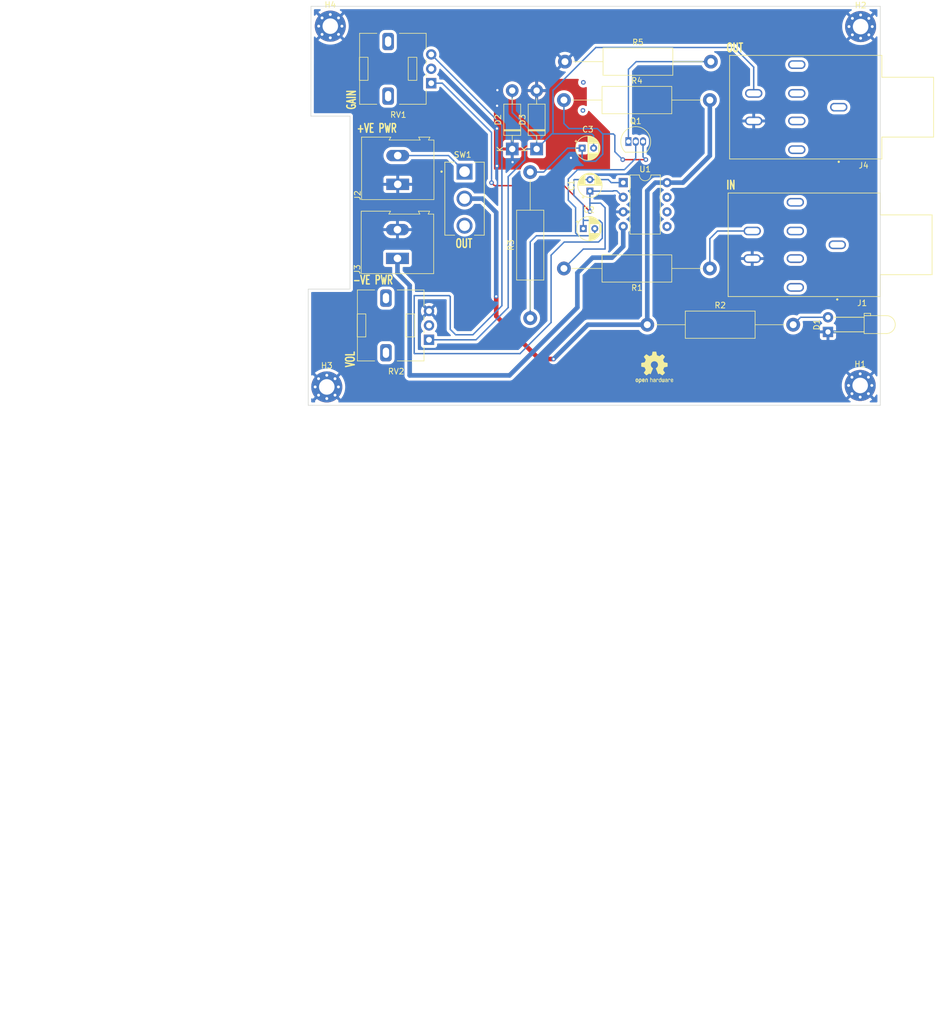
<source format=kicad_pcb>
(kicad_pcb (version 20211014) (generator pcbnew)
  (layers (0 "F.Cu" signal) (31 "B.Cu" signal) (34 "B.Paste" user) (35 "F.Paste" user) (36 "B.SilkS" user "B.Silkscreen") (37 "F.SilkS" user "F.Silkscreen") (38 "B.Mask" user) (39 "F.Mask" user) (44 "Edge.Cuts" user))
  (net 0 "")
  (net 1 "Net-(C1-Pad1)")
  (net 2 "Net-(C1-Pad2)")
  (net 3 "Net-(C2-Pad2)")
  (net 4 "Net-(C3-Pad1)")
  (net 5 "Net-(C3-Pad2)")
  (net 6 "GND")
  (net 7 "Net-(D1-Pad2)")
  (net 13 "Net-(J1-Pad2)")
  (net 14 "Net-(J2-Pad2)")
  (net 15 "-9V")
  (net 21 "Net-(Q1-Pad1)")
  (net 22 "+9V")
  (footprint "Resistor_THT:R_Axial_DIN0414_L11.9mm_D4.5mm_P25.40mm_Horizontal" (layer "F.Cu") (at 156.8958 48.514)
    (fp_text reference "R4" (at 12.7 -3.37) (layer "F.SilkS"))
    (fp_text value "10K")
    (pad "1" thru_hole circle (at 0 0) (size 2.4 2.4) (drill 1.2) (layers *.Cu *.Mask) (net 4 "Net-(C3-Pad1)"))
    (pad "2" thru_hole oval (at 25.4 0) (size 2.4 2.4) (drill 1.2) (layers *.Cu *.Mask) (net 22 "+9V"))
  )
  (footprint "MountingHole:MountingHole_2.7mm_M2.5_Pad_Via" (layer "F.Cu") (at 208.534 35.7378)
    (fp_text reference "H2" (at 0 -3.7) (layer "F.SilkS"))
    (fp_text value "MountingHole_Pad")
    (pad "1" thru_hole circle (at 1.431891 1.431891) (size 0.8 0.8) (drill 0.5) (layers *.Cu *.Mask) (net 6 "GND"))
    (pad "1" thru_hole circle (at 0 -2.025) (size 0.8 0.8) (drill 0.5) (layers *.Cu *.Mask) (net 6 "GND"))
    (pad "1" thru_hole circle (at -1.431891 -1.431891) (size 0.8 0.8) (drill 0.5) (layers *.Cu *.Mask) (net 6 "GND"))
    (pad "1" thru_hole circle (at 0 2.025) (size 0.8 0.8) (drill 0.5) (layers *.Cu *.Mask) (net 6 "GND"))
    (pad "1" thru_hole circle (at 0 0) (size 5.4 5.4) (drill 2.7) (layers *.Cu *.Mask) (net 6 "GND"))
    (pad "1" thru_hole circle (at 1.431891 -1.431891) (size 0.8 0.8) (drill 0.5) (layers *.Cu *.Mask) (net 6 "GND"))
    (pad "1" thru_hole circle (at -2.025 0) (size 0.8 0.8) (drill 0.5) (layers *.Cu *.Mask) (net 6 "GND"))
    (pad "1" thru_hole circle (at 2.025 0) (size 0.8 0.8) (drill 0.5) (layers *.Cu *.Mask) (net 6 "GND"))
    (pad "1" thru_hole circle (at -1.431891 1.431891) (size 0.8 0.8) (drill 0.5) (layers *.Cu *.Mask) (net 6 "GND"))
  )
  (footprint "Potentiometer_THT:Potentiometer_Alps_RK09L_Single_Vertical" (layer "F.Cu") (at 133.4173 90.2062 180)
    (fp_text reference "RV2" (at 5.725 -5.5) (layer "F.SilkS"))
    (fp_text value "100K")
    (pad "1" thru_hole rect (at 0 0 180) (size 1.8 1.8) (drill 1) (layers *.Cu *.Mask) (net 5 "Net-(C3-Pad2)"))
    (pad "2" thru_hole circle (at 0 2.5 180) (size 1.8 1.8) (drill 1) (layers *.Cu *.Mask))
    (pad "3" thru_hole circle (at 0 5 180) (size 1.8 1.8) (drill 1) (layers *.Cu *.Mask) (net 6 "GND"))
    (pad "MP" thru_hole roundrect (at 7.5 7.25 180) (size 2 3) (drill oval 1.1 1.8) (layers *.Cu *.Mask))
    (pad "MP" thru_hole roundrect (at 7.5 -2.25 180) (size 2 3) (drill oval 1.1 1.8) (layers *.Cu *.Mask))
    (zone (net 0) (net_name "") (layer "F.Cu") (name "Copper Keep Out") (connect_pads (clearance 0)) (min_thickness 0.254)
      (keepout (tracks not_allowed) (vias not_allowed) (pads not_allowed) (copperpour not_allowed) (footprints not_allowed))
      (fill (thermal_gap 0.508) (thermal_bridge_width 0.508))
      (polygon (pts (xy 129.4173 85.7062) (xy 130.9173 85.7062) (xy 130.9173 89.7062) (xy 129.4173 89.7062)))
    )
    (zone (net 0) (net_name "") (layer "F.Cu") (name "Copper Keep Out") (connect_pads (clearance 0)) (min_thickness 0.254)
      (keepout (tracks not_allowed) (vias not_allowed) (pads not_allowed) (copperpour not_allowed) (footprints not_allowed))
      (fill (thermal_gap 0.508) (thermal_bridge_width 0.508))
      (polygon (pts (xy 121.0173 85.7062) (xy 122.4173 85.7062) (xy 122.4173 89.7062) (xy 121.0173 89.7062)))
    )
  )
  (footprint "Diode_THT:D_DO-41_SOD81_P10.16mm_Horizontal" (layer "F.Cu") (at 152.146 57.023 90)
    (fp_text reference "D3" (at 5.08 -2.47 90) (layer "F.SilkS"))
    (fp_text value "1N4001")
    (fp_text user "K" (at 0 -2.1 90) (layer "F.SilkS"))
    (pad "1" thru_hole rect (at 0 0 90) (size 2.2 2.2) (drill 1.1) (layers *.Cu *.Mask) (net 5 "Net-(C3-Pad2)"))
    (pad "2" thru_hole oval (at 10.16 0 90) (size 2.2 2.2) (drill 1.1) (layers *.Cu *.Mask) (net 6 "GND"))
  )
  (footprint "snapEDA-footprints:CUI_SJ-63043H" (layer "F.Cu") (at 204.47 73.6854 180)
    (fp_text reference "J1" (at -4.325 -10.135) (layer "F.SilkS"))
    (fp_text value "INPUT-6.35MM")
    (pad "1" thru_hole oval locked (at 0 0 180) (size 3.016 1.508) (drill oval 2.5 1) (layers *.Cu *.Mask))
    (pad "2" thru_hole oval locked (at 14.8 2.4 180) (size 3.016 1.508) (drill oval 2.5 1) (layers *.Cu *.Mask) (net 13 "Net-(J1-Pad2)"))
    (pad "3" thru_hole oval locked (at 14.8 -2.4 180) (size 3.016 1.508) (drill oval 2.5 1) (layers *.Cu *.Mask) (net 6 "GND"))
    (pad "4" thru_hole oval locked (at 7.3 2.4 180) (size 3.016 1.508) (drill oval 2.5 1) (layers *.Cu *.Mask))
    (pad "5" thru_hole oval locked (at 7.3 7.4 180) (size 3.016 1.508) (drill oval 2.5 1) (layers *.Cu *.Mask))
    (pad "7" thru_hole oval locked (at 7.3 -2.4 180) (size 3.016 1.508) (drill oval 2.5 1) (layers *.Cu *.Mask))
    (pad "8" thru_hole oval locked (at 7.3 -7.4 180) (size 3.016 1.508) (drill oval 2.5 1) (layers *.Cu *.Mask))
  )
  (footprint "Resistor_THT:R_Axial_DIN0414_L11.9mm_D4.5mm_P25.40mm_Horizontal" (layer "F.Cu") (at 151.0284 86.4362 90)
    (fp_text reference "R3" (at 12.7 -3.37 90) (layer "F.SilkS"))
    (fp_text value "1M")
    (pad "1" thru_hole circle (at 0 0 90) (size 2.4 2.4) (drill 1.2) (layers *.Cu *.Mask) (net 3 "Net-(C2-Pad2)"))
    (pad "2" thru_hole oval (at 25.4 0 90) (size 2.4 2.4) (drill 1.2) (layers *.Cu *.Mask) (net 4 "Net-(C3-Pad1)"))
  )
  (footprint "spdt_toggle_switch:SW_100SP1T1B4M2QE" (layer "F.Cu") (at 139.5984 65.659)
    (fp_text reference "SW1" (at -0.325 -7.635) (layer "F.SilkS"))
    (fp_text value "SW_SPST")
    (pad "1" thru_hole rect locked (at 0 -4.7) (size 2.775 2.775) (drill 1.85) (layers *.Cu *.Mask) (net 14 "Net-(J2-Pad2)"))
    (pad "2" thru_hole circle locked (at 0 0) (size 2.775 2.775) (drill 1.85) (layers *.Cu *.Mask) (net 22 "+9V"))
    (pad "3" thru_hole circle locked (at 0 4.7) (size 2.775 2.775) (drill 1.85) (layers *.Cu *.Mask))
  )
  (footprint "Resistor_THT:R_Axial_DIN0414_L11.9mm_D4.5mm_P25.40mm_Horizontal" (layer "F.Cu") (at 157.0736 41.8338)
    (fp_text reference "R5" (at 12.7 -3.37) (layer "F.SilkS"))
    (fp_text value "1K")
    (pad "1" thru_hole circle (at 0 0) (size 2.4 2.4) (drill 1.2) (layers *.Cu *.Mask) (net 6 "GND"))
    (pad "2" thru_hole oval (at 25.4 0) (size 2.4 2.4) (drill 1.2) (layers *.Cu *.Mask) (net 21 "Net-(Q1-Pad1)"))
  )
  (footprint "Capacitor_THT:CP_Radial_D4.0mm_P2.00mm" (layer "F.Cu") (at 160.266601 70.866)
    (fp_text reference "C2" (at 1 -3.25) (layer "F.SilkS"))
    (fp_text value "1uF")
    (pad "1" thru_hole rect (at 0 0) (size 1.2 1.2) (drill 0.6) (layers *.Cu *.Mask) (net 2 "Net-(C1-Pad2)"))
    (pad "2" thru_hole circle (at 2 0) (size 1.2 1.2) (drill 0.6) (layers *.Cu *.Mask) (net 3 "Net-(C2-Pad2)"))
  )
  (footprint "LED_THT:LED_D3.0mm_Horizontal_O6.35mm_Z10.0mm" (layer "F.Cu") (at 202.8542 88.8292 90)
    (fp_text reference "D1" (at 1.27 -1.96 90) (layer "F.SilkS"))
    (fp_text value "LED")
    (pad "1" thru_hole rect (at 0 0 90) (size 1.8 1.8) (drill 0.9) (layers *.Cu *.Mask) (net 6 "GND"))
    (pad "2" thru_hole circle (at 2.54 0 90) (size 1.8 1.8) (drill 0.9) (layers *.Cu *.Mask) (net 7 "Net-(D1-Pad2)"))
  )
  (footprint "Resistor_THT:R_Axial_DIN0414_L11.9mm_D4.5mm_P25.40mm_Horizontal" (layer "F.Cu") (at 182.2958 77.8002 180)
    (fp_text reference "R1" (at 12.7 -3.37) (layer "F.SilkS"))
    (fp_text value "1K")
    (pad "1" thru_hole circle (at 0 0 180) (size 2.4 2.4) (drill 1.2) (layers *.Cu *.Mask) (net 13 "Net-(J1-Pad2)"))
    (pad "2" thru_hole oval (at 25.4 0 180) (size 2.4 2.4) (drill 1.2) (layers *.Cu *.Mask) (net 1 "Net-(C1-Pad1)"))
  )
  (footprint "Capacitor_THT:CP_Radial_D4.0mm_P2.00mm" (layer "F.Cu") (at 161.417 64.3456 90)
    (fp_text reference "C1" (at 1 -3.25 90) (layer "F.SilkS"))
    (fp_text value "3.9nF")
    (pad "1" thru_hole rect (at 0 0 90) (size 1.2 1.2) (drill 0.6) (layers *.Cu *.Mask) (net 1 "Net-(C1-Pad1)"))
    (pad "2" thru_hole circle (at 2 0 90) (size 1.2 1.2) (drill 0.6) (layers *.Cu *.Mask) (net 2 "Net-(C1-Pad2)"))
  )
  (footprint "MountingHole:MountingHole_2.7mm_M2.5_Pad_Via" (layer "F.Cu") (at 115.6208 98.3996)
    (fp_text reference "H3" (at 0 -3.7) (layer "F.SilkS"))
    (fp_text value "MountingHole_Pad")
    (pad "1" thru_hole circle (at -2.025 0) (size 0.8 0.8) (drill 0.5) (layers *.Cu *.Mask) (net 6 "GND"))
    (pad "1" thru_hole circle (at 0 2.025) (size 0.8 0.8) (drill 0.5) (layers *.Cu *.Mask) (net 6 "GND"))
    (pad "1" thru_hole circle (at 1.431891 1.431891) (size 0.8 0.8) (drill 0.5) (layers *.Cu *.Mask) (net 6 "GND"))
    (pad "1" thru_hole circle (at 2.025 0) (size 0.8 0.8) (drill 0.5) (layers *.Cu *.Mask) (net 6 "GND"))
    (pad "1" thru_hole circle (at -1.431891 -1.431891) (size 0.8 0.8) (drill 0.5) (layers *.Cu *.Mask) (net 6 "GND"))
    (pad "1" thru_hole circle (at 0 -2.025) (size 0.8 0.8) (drill 0.5) (layers *.Cu *.Mask) (net 6 "GND"))
    (pad "1" thru_hole circle (at 1.431891 -1.431891) (size 0.8 0.8) (drill 0.5) (layers *.Cu *.Mask) (net 6 "GND"))
    (pad "1" thru_hole circle (at -1.431891 1.431891) (size 0.8 0.8) (drill 0.5) (layers *.Cu *.Mask) (net 6 "GND"))
    (pad "1" thru_hole circle (at 0 0) (size 5.4 5.4) (drill 2.7) (layers *.Cu *.Mask) (net 6 "GND"))
  )
  (footprint "MountingHole:MountingHole_2.7mm_M2.5_Pad_Via" (layer "F.Cu") (at 208.4578 98.1456)
    (fp_text reference "H1" (at 0 -3.7) (layer "F.SilkS"))
    (fp_text value "MountingHole_Pad")
    (pad "1" thru_hole circle (at -1.431891 -1.431891) (size 0.8 0.8) (drill 0.5) (layers *.Cu *.Mask) (net 6 "GND"))
    (pad "1" thru_hole circle (at 1.431891 1.431891) (size 0.8 0.8) (drill 0.5) (layers *.Cu *.Mask) (net 6 "GND"))
    (pad "1" thru_hole circle (at 0 0) (size 5.4 5.4) (drill 2.7) (layers *.Cu *.Mask) (net 6 "GND"))
    (pad "1" thru_hole circle (at 2.025 0) (size 0.8 0.8) (drill 0.5) (layers *.Cu *.Mask) (net 6 "GND"))
    (pad "1" thru_hole circle (at 0 2.025) (size 0.8 0.8) (drill 0.5) (layers *.Cu *.Mask) (net 6 "GND"))
    (pad "1" thru_hole circle (at 0 -2.025) (size 0.8 0.8) (drill 0.5) (layers *.Cu *.Mask) (net 6 "GND"))
    (pad "1" thru_hole circle (at -2.025 0) (size 0.8 0.8) (drill 0.5) (layers *.Cu *.Mask) (net 6 "GND"))
    (pad "1" thru_hole circle (at -1.431891 1.431891) (size 0.8 0.8) (drill 0.5) (layers *.Cu *.Mask) (net 6 "GND"))
    (pad "1" thru_hole circle (at 1.431891 -1.431891) (size 0.8 0.8) (drill 0.5) (layers *.Cu *.Mask) (net 6 "GND"))
  )
  (footprint "TerminalBlock:TerminalBlock_Altech_AK300-2_P5.00mm" (layer "F.Cu") (at 127.9717 63.1662 90)
    (fp_text reference "J2" (at -1.92 -6.99 90) (layer "F.SilkS"))
    (fp_text value "+VE")
    (pad "1" thru_hole rect (at 0 0 90) (size 1.98 3.96) (drill 1.32) (layers *.Cu *.Mask) (net 6 "GND"))
    (pad "2" thru_hole oval (at 5 0 90) (size 1.98 3.96) (drill 1.32) (layers *.Cu *.Mask) (net 14 "Net-(J2-Pad2)"))
  )
  (footprint "Capacitor_THT:CP_Radial_D4.0mm_P2.00mm" (layer "F.Cu") (at 160.063401 56.8706)
    (fp_text reference "C3" (at 1 -3.25) (layer "F.SilkS"))
    (fp_text value "1uF")
    (pad "1" thru_hole rect (at 0 0) (size 1.2 1.2) (drill 0.6) (layers *.Cu *.Mask) (net 4 "Net-(C3-Pad1)"))
    (pad "2" thru_hole circle (at 2 0) (size 1.2 1.2) (drill 0.6) (layers *.Cu *.Mask) (net 5 "Net-(C3-Pad2)"))
  )
  (footprint "Package_DIP:DIP-8_W7.62mm" (layer "F.Cu") (at 167.2182 62.875)
    (fp_text reference "U1" (at 3.81 -2.33) (layer "F.SilkS"))
    (fp_text value "LM358")
    (pad "1" thru_hole rect (at 0 0) (size 1.6 1.6) (drill 0.8) (layers *.Cu *.Mask) (net 2 "Net-(C1-Pad2)"))
    (pad "2" thru_hole oval (at 0 2.54) (size 1.6 1.6) (drill 0.8) (layers *.Cu *.Mask) (net 1 "Net-(C1-Pad1)"))
    (pad "3" thru_hole oval (at 0 5.08) (size 1.6 1.6) (drill 0.8) (layers *.Cu *.Mask) (net 6 "GND"))
    (pad "4" thru_hole oval (at 0 7.62) (size 1.6 1.6) (drill 0.8) (layers *.Cu *.Mask) (net 15 "-9V"))
    (pad "5" thru_hole oval (at 7.62 7.62) (size 1.6 1.6) (drill 0.8) (layers *.Cu *.Mask))
    (pad "6" thru_hole oval (at 7.62 5.08) (size 1.6 1.6) (drill 0.8) (layers *.Cu *.Mask))
    (pad "7" thru_hole oval (at 7.62 2.54) (size 1.6 1.6) (drill 0.8) (layers *.Cu *.Mask))
    (pad "8" thru_hole oval (at 7.62 0) (size 1.6 1.6) (drill 0.8) (layers *.Cu *.Mask) (net 22 "+9V"))
  )
  (footprint "TerminalBlock:TerminalBlock_Altech_AK300-2_P5.00mm" (layer "F.Cu") (at 127.9209 76.044 90)
    (fp_text reference "J3" (at -1.92 -6.99 90) (layer "F.SilkS"))
    (fp_text value "-VE")
    (pad "1" thru_hole rect (at 0 0 90) (size 1.98 3.96) (drill 1.32) (layers *.Cu *.Mask) (net 15 "-9V"))
    (pad "2" thru_hole oval (at 5 0 90) (size 1.98 3.96) (drill 1.32) (layers *.Cu *.Mask) (net 6 "GND"))
  )
  (footprint "Package_TO_SOT_THT:TO-92_Inline" (layer "F.Cu") (at 168.1226 55.732)
    (fp_text reference "Q1" (at 1.27 -3.56) (layer "F.SilkS"))
    (fp_text value "2N3904")
    (pad "1" thru_hole rect (at 0 0) (size 1.05 1.5) (drill 0.75) (layers *.Cu *.Mask) (net 21 "Net-(Q1-Pad1)"))
    (pad "2" thru_hole oval (at 1.27 0) (size 1.05 1.5) (drill 0.75) (layers *.Cu *.Mask) (net 3 "Net-(C2-Pad2)"))
    (pad "3" thru_hole oval (at 2.54 0) (size 1.05 1.5) (drill 0.75) (layers *.Cu *.Mask) (net 4 "Net-(C3-Pad1)"))
  )
  (footprint "Symbol:OSHW-Logo2_7.3x6mm_SilkScreen" (layer "F.Cu") (at 172.6438 95.0214)
    (fp_text reference "REF**" hide)
    (fp_text value "OSHW-Logo2_7.3x6mm_SilkScreen" hide)
  )
  (footprint "Resistor_THT:R_Axial_DIN0414_L11.9mm_D4.5mm_P25.40mm_Horizontal" (layer "F.Cu") (at 171.3992 87.5792)
    (fp_text reference "R2" (at 12.7 -3.37) (layer "F.SilkS"))
    (fp_text value "500R")
    (pad "1" thru_hole circle (at 0 0) (size 2.4 2.4) (drill 1.2) (layers *.Cu *.Mask) (net 22 "+9V"))
    (pad "2" thru_hole oval (at 25.4 0) (size 2.4 2.4) (drill 1.2) (layers *.Cu *.Mask) (net 7 "Net-(D1-Pad2)"))
  )
  (footprint "MountingHole:MountingHole_2.7mm_M2.5_Pad_Via" (layer "F.Cu") (at 116.2304 35.6616)
    (fp_text reference "H4" (at 0 -3.7) (layer "F.SilkS"))
    (fp_text value "MountingHole_Pad")
    (pad "1" thru_hole circle (at 0 0) (size 5.4 5.4) (drill 2.7) (layers *.Cu *.Mask) (net 6 "GND"))
    (pad "1" thru_hole circle (at -1.431891 1.431891) (size 0.8 0.8) (drill 0.5) (layers *.Cu *.Mask) (net 6 "GND"))
    (pad "1" thru_hole circle (at 0 2.025) (size 0.8 0.8) (drill 0.5) (layers *.Cu *.Mask) (net 6 "GND"))
    (pad "1" thru_hole circle (at 0 -2.025) (size 0.8 0.8) (drill 0.5) (layers *.Cu *.Mask) (net 6 "GND"))
    (pad "1" thru_hole circle (at 1.431891 -1.431891) (size 0.8 0.8) (drill 0.5) (layers *.Cu *.Mask) (net 6 "GND"))
    (pad "1" thru_hole circle (at -2.025 0) (size 0.8 0.8) (drill 0.5) (layers *.Cu *.Mask) (net 6 "GND"))
    (pad "1" thru_hole circle (at -1.431891 -1.431891) (size 0.8 0.8) (drill 0.5) (layers *.Cu *.Mask) (net 6 "GND"))
    (pad "1" thru_hole circle (at 1.431891 1.431891) (size 0.8 0.8) (drill 0.5) (layers *.Cu *.Mask) (net 6 "GND"))
    (pad "1" thru_hole circle (at 2.025 0) (size 0.8 0.8) (drill 0.5) (layers *.Cu *.Mask) (net 6 "GND"))
  )
  (footprint "Potentiometer_THT:Potentiometer_Alps_RK09L_Single_Vertical" (layer "F.Cu") (at 133.7983 45.5784 180)
    (fp_text reference "RV1" (at 5.725 -5.5) (layer "F.SilkS"))
    (fp_text value "100K")
    (pad "1" thru_hole rect (at 0 0 180) (size 1.8 1.8) (drill 1) (layers *.Cu *.Mask) (net 1 "Net-(C1-Pad1)"))
    (pad "2" thru_hole circle (at 0 2.5 180) (size 1.8 1.8) (drill 1) (layers *.Cu *.Mask))
    (pad "3" thru_hole circle (at 0 5 180) (size 1.8 1.8) (drill 1) (layers *.Cu *.Mask) (net 2 "Net-(C1-Pad2)"))
    (pad "MP" thru_hole roundrect (at 7.5 7.25 180) (size 2 3) (drill oval 1.1 1.8) (layers *.Cu *.Mask))
    (pad "MP" thru_hole roundrect (at 7.5 -2.25 180) (size 2 3) (drill oval 1.1 1.8) (layers *.Cu *.Mask))
    (zone (net 0) (net_name "") (layer "F.Cu") (name "Copper Keep Out") (connect_pads (clearance 0)) (min_thickness 0.254)
      (keepout (tracks not_allowed) (vias not_allowed) (pads not_allowed) (copperpour not_allowed) (footprints not_allowed))
      (fill (thermal_gap 0.508) (thermal_bridge_width 0.508))
      (polygon (pts (xy 129.7983 41.0784) (xy 131.2983 41.0784) (xy 131.2983 45.0784) (xy 129.7983 45.0784)))
    )
    (zone (net 0) (net_name "") (layer "F.Cu") (name "Copper Keep Out") (connect_pads (clearance 0)) (min_thickness 0.254)
      (keepout (tracks not_allowed) (vias not_allowed) (pads not_allowed) (copperpour not_allowed) (footprints not_allowed))
      (fill (thermal_gap 0.508) (thermal_bridge_width 0.508))
      (polygon (pts (xy 121.3983 41.0784) (xy 122.7983 41.0784) (xy 122.7983 45.0784) (xy 121.3983 45.0784)))
    )
  )
  (footprint "Diode_THT:D_DO-41_SOD81_P10.16mm_Horizontal" (layer "F.Cu") (at 147.896 57.023 90)
    (fp_text reference "D2" (at 5.08 -2.47 90) (layer "F.SilkS"))
    (fp_text value "1N4001")
    (fp_text user "K" (at 0 -2.1 90) (layer "F.SilkS"))
    (pad "1" thru_hole rect (at 0 0 90) (size 2.2 2.2) (drill 1.1) (layers *.Cu *.Mask) (net 6 "GND"))
    (pad "2" thru_hole oval (at 10.16 0 90) (size 2.2 2.2) (drill 1.1) (layers *.Cu *.Mask) (net 5 "Net-(C3-Pad2)"))
  )
  (footprint "snapEDA-footprints:CUI_SJ-63043H" (layer "F.Cu") (at 204.7294 49.7493 180)
    (fp_text reference "J4" (at -4.325 -10.135) (layer "F.SilkS"))
    (fp_text value "OUTPUT-6.35MM")
    (pad "1" thru_hole oval locked (at 0 0 180) (size 3.016 1.508) (drill oval 2.5 1) (layers *.Cu *.Mask))
    (pad "2" thru_hole oval locked (at 14.8 2.4 180) (size 3.016 1.508) (drill oval 2.5 1) (layers *.Cu *.Mask) (net 5 "Net-(C3-Pad2)"))
    (pad "3" thru_hole oval locked (at 14.8 -2.4 180) (size 3.016 1.508) (drill oval 2.5 1) (layers *.Cu *.Mask) (net 6 "GND"))
    (pad "4" thru_hole oval locked (at 7.3 2.4 180) (size 3.016 1.508) (drill oval 2.5 1) (layers *.Cu *.Mask))
    (pad "5" thru_hole oval locked (at 7.3 7.4 180) (size 3.016 1.508) (drill oval 2.5 1) (layers *.Cu *.Mask))
    (pad "7" thru_hole oval locked (at 7.3 -2.4 180) (size 3.016 1.508) (drill oval 2.5 1) (layers *.Cu *.Mask))
    (pad "8" thru_hole oval locked (at 7.3 -7.4 180) (size 3.016 1.508) (drill oval 2.5 1) (layers *.Cu *.Mask))
  )
  (gr_line (start 112.8776 32.2072) (end 112.8522 51.308) (layer "Edge.Cuts") (width 0.1))
  (gr_line (start 119.6594 81.3816) (end 112.395 81.3816) (layer "Edge.Cuts") (width 0.1))
  (gr_line (start 119.6594 51.308) (end 119.6594 81.3816) (layer "Edge.Cuts") (width 0.1))
  (gr_line (start 112.395 81.3816) (end 112.395 101.6) (layer "Edge.Cuts") (width 0.1))
  (gr_line (start 112.8522 51.308) (end 119.6594 51.308) (layer "Edge.Cuts") (width 0.1))
  (gr_line (start 114.0206 32.2072) (end 113.1062 32.2072) (layer "Edge.Cuts") (width 0.1))
  (gr_line (start 211.963 101.6) (end 113.1062 101.6) (layer "Edge.Cuts") (width 0.1))
  (gr_line (start 211.963 32.2072) (end 211.963 101.6) (layer "Edge.Cuts") (width 0.1))
  (gr_line (start 113.1062 101.6) (end 112.395 101.6) (layer "Edge.Cuts") (width 0.1))
  (gr_line (start 114.0206 32.2072) (end 211.963 32.2072) (layer "Edge.Cuts") (width 0.1))
  (gr_line (start 113.1062 32.2072) (end 112.8776 32.2072) (layer "Edge.Cuts") (width 0.1))
  (gr_text "OUT" (at 186.6392 39.4208) (layer "F.SilkS") (effects (font (size 1.5 1) (thickness 0.25))))
  (gr_text "IN" (at 185.9534 63.2968) (layer "F.SilkS") (effects (font (size 1.5 1) (thickness 0.25))))
  (gr_text "GAIN" (at 119.9134 48.4632 90) (layer "F.SilkS") (effects (font (size 1.5 1) (thickness 0.25))))
  (gr_text "OUT" (at 139.4968 73.4568) (layer "F.SilkS") (effects (font (size 1.5 1) (thickness 0.25))))
  (gr_text "-VE PWR\n" (at 123.6726 79.8068) (layer "F.SilkS") (effects (font (size 1.5 1) (thickness 0.25))))
  (gr_text "VOL" (at 119.7102 93.599 90) (layer "F.SilkS") (effects (font (size 1.5 1) (thickness 0.25))))
  (gr_text "+VE PWR\n" (at 124.333 53.4162) (layer "F.SilkS") (effects (font (size 1.5 1) (thickness 0.25))))
  (via (at 160.1978 50.3174) (size 0.8) (drill 0.4) (layers "F.Cu" "B.Cu") (net 0))
  (via (at 160.274 45.4406) (size 0.8) (drill 0.4) (layers "F.Cu" "B.Cu") (net 0))
  (segment (start 144.8054 63.3984) (end 155.5242 63.3984) (width 0.25) (layer "F.Cu") (net 1))
  (segment (start 144.2974 62.8904) (end 144.8054 63.3984) (width 0.25) (layer "F.Cu") (net 1))
  (segment (start 156.9212 63.3984) (end 161.417 67.8942) (width 0.25) (layer "F.Cu") (net 1))
  (segment (start 155.5242 63.3984) (end 156.9212 63.3984) (width 0.25) (layer "F.Cu") (net 1))
  (via (at 144.2974 62.8904) (size 0.8) (drill 0.4) (layers "F.Cu" "B.Cu") (net 1))
  (via (at 161.417 67.8942) (size 0.8) (drill 0.4) (layers "F.Cu" "B.Cu") (net 1))
  (segment (start 161.417 66.4464) (end 161.417 64.3456) (width 0.25) (layer "B.Cu") (net 1))
  (segment (start 165.5064 64.2874) (end 165.4482 64.3456) (width 0.25) (layer "B.Cu") (net 1))
  (segment (start 163.2712 66.4464) (end 161.417 66.4464) (width 0.25) (layer "B.Cu") (net 1))
  (segment (start 164.0586 67.2338) (end 163.2712 66.4464) (width 0.25) (layer "B.Cu") (net 1))
  (segment (start 156.8958 77.8002) (end 160.274 74.422) (width 0.25) (layer "B.Cu") (net 1))
  (segment (start 161.417 67.8942) (end 161.417 66.4464) (width 0.25) (layer "B.Cu") (net 1))
  (segment (start 133.7983 45.5784) (end 135.723 45.5784) (width 0.25) (layer "B.Cu") (net 1))
  (segment (start 165.4482 64.3456) (end 161.417 64.3456) (width 0.25) (layer "B.Cu") (net 1))
  (segment (start 167.2182 65.415) (end 166.0906 64.2874) (width 0.25) (layer "B.Cu") (net 1))
  (segment (start 166.0906 64.2874) (end 165.5064 64.2874) (width 0.25) (layer "B.Cu") (net 1))
  (segment (start 144.2974 54.1528) (end 144.2974 62.8904) (width 0.25) (layer "B.Cu") (net 1))
  (segment (start 164.0586 74.422) (end 164.0586 67.2338) (width 0.25) (layer "B.Cu") (net 1))
  (segment (start 160.274 74.422) (end 164.0586 74.422) (width 0.25) (layer "B.Cu") (net 1))
  (segment (start 135.723 45.5784) (end 143.5862 53.4416) (width 0.25) (layer "B.Cu") (net 1))
  (segment (start 143.5862 53.4416) (end 144.2974 54.1528) (width 0.25) (layer "B.Cu") (net 1))
  (segment (start 154.6606 75.4888) (end 156.9466 73.2028) (width 0.25) (layer "B.Cu") (net 2))
  (segment (start 138.049 89.3318) (end 137.1092 88.392) (width 0.25) (layer "B.Cu") (net 2))
  (segment (start 160.266601 70.866) (end 160.266601 69.360001) (width 0.25) (layer "B.Cu") (net 2))
  (segment (start 167.2182 62.875) (end 165.1354 62.875) (width 0.25) (layer "B.Cu") (net 2))
  (segment (start 158.7106 62.3456) (end 161.417 62.3456) (width 0.25) (layer "B.Cu") (net 2))
  (segment (start 163.0934 69.4436) (end 160.3502 69.4436) (width 0.25) (layer "B.Cu") (net 2))
  (segment (start 146.1008 84.2772) (end 141.0462 89.3318) (width 0.25) (layer "B.Cu") (net 2))
  (segment (start 141.0462 89.3318) (end 138.049 89.3318) (width 0.25) (layer "B.Cu") (net 2))
  (segment (start 163.576 72.5424) (end 163.576 69.9262) (width 0.25) (layer "B.Cu") (net 2))
  (segment (start 165.1354 62.875) (end 164.606 62.3456) (width 0.25) (layer "B.Cu") (net 2))
  (segment (start 130.8862 92.6084) (end 149.2504 92.6084) (width 0.25) (layer "B.Cu") (net 2))
  (segment (start 160.3502 69.4436) (end 160.266601 69.360001) (width 0.25) (layer "B.Cu") (net 2))
  (segment (start 137.1092 82.7024) (end 136.9314 82.5246) (width 0.25) (layer "B.Cu") (net 2))
  (segment (start 130.8354 92.5576) (end 130.8862 92.6084) (width 0.25) (layer "B.Cu") (net 2))
  (segment (start 160.266601 69.360001) (end 160.266601 66.743801) (width 0.25) (layer "B.Cu") (net 2))
  (segment (start 149.2504 92.6084) (end 154.6606 87.1982) (width 0.25) (layer "B.Cu") (net 2))
  (segment (start 158.623 62.4332) (end 158.7106 62.3456) (width 0.25) (layer "B.Cu") (net 2))
  (segment (start 162.9156 73.2028) (end 163.576 72.5424) (width 0.25) (layer "B.Cu") (net 2))
  (segment (start 133.7983 40.5784) (end 146.1008 52.8809) (width 0.25) (layer "B.Cu") (net 2))
  (segment (start 164.606 62.3456) (end 161.417 62.3456) (width 0.25) (layer "B.Cu") (net 2))
  (segment (start 136.9314 82.5246) (end 130.8354 82.5246) (width 0.25) (layer "B.Cu") (net 2))
  (segment (start 163.576 69.9262) (end 163.0934 69.4436) (width 0.25) (layer "B.Cu") (net 2))
  (segment (start 154.6606 87.1982) (end 154.6606 75.4888) (width 0.25) (layer "B.Cu") (net 2))
  (segment (start 137.1092 88.392) (end 137.1092 82.7024) (width 0.25) (layer "B.Cu") (net 2))
  (segment (start 156.9466 73.2028) (end 162.9156 73.2028) (width 0.25) (layer "B.Cu") (net 2))
  (segment (start 160.266601 66.743801) (end 158.623 65.1002) (width 0.25) (layer "B.Cu") (net 2))
  (segment (start 130.8354 82.5246) (end 130.8354 92.5576) (width 0.25) (layer "B.Cu") (net 2))
  (segment (start 146.1008 52.8809) (end 146.1008 84.2772) (width 0.25) (layer "B.Cu") (net 2))
  (segment (start 158.623 65.1002) (end 158.623 62.4332) (width 0.25) (layer "B.Cu") (net 2))
  (segment (start 159.4104 72.1106) (end 158.9278 71.628) (width 0.25) (layer "B.Cu") (net 3))
  (segment (start 158.9278 71.628) (end 158.9278 67.2084) (width 0.25) (layer "B.Cu") (net 3))
  (segment (start 162.266601 71.667399) (end 161.8234 72.1106) (width 0.25) (layer "B.Cu") (net 3))
  (segment (start 152.0952 72.1106) (end 159.4104 72.1106) (width 0.25) (layer "B.Cu") (net 3))
  (segment (start 151.0284 73.1774) (end 152.0952 72.1106) (width 0.25) (layer "B.Cu") (net 3))
  (segment (start 151.0284 86.4362) (end 151.0284 73.1774) (width 0.25) (layer "B.Cu") (net 3))
  (segment (start 159.258 60.6298) (end 167.4114 60.6298) (width 0.25) (layer "B.Cu") (net 3))
  (segment (start 157.6578 65.9384) (end 157.6578 62.23) (width 0.25) (layer "B.Cu") (net 3))
  (segment (start 167.4114 60.6298) (end 169.3926 58.6486) (width 0.25) (layer "B.Cu") (net 3))
  (segment (start 162.266601 70.866) (end 162.266601 71.667399) (width 0.25) (layer "B.Cu") (net 3))
  (segment (start 161.8234 72.1106) (end 159.4104 72.1106) (width 0.25) (layer "B.Cu") (net 3))
  (segment (start 157.6578 62.23) (end 159.258 60.6298) (width 0.25) (layer "B.Cu") (net 3))
  (segment (start 158.9278 67.2084) (end 157.6578 65.9384) (width 0.25) (layer "B.Cu") (net 3))
  (segment (start 169.3926 58.6486) (end 169.3926 55.732) (width 0.25) (layer "B.Cu") (net 3))
  (segment (start 167.132 58.8772) (end 171.1452 58.8772) (width 0.25) (layer "F.Cu") (net 4))
  (via (at 167.132 58.8772) (size 0.8) (drill 0.4) (layers "F.Cu" "B.Cu") (net 4))
  (via (at 171.1452 58.8772) (size 0.8) (drill 0.4) (layers "F.Cu" "B.Cu") (net 4))
  (segment (start 163.6522 54.4068) (end 163.6522 57.912) (width 0.25) (layer "B.Cu") (net 4))
  (segment (start 151.0284 61.0362) (end 153.3652 61.0362) (width 0.25) (layer "B.Cu") (net 4))
  (segment (start 162.4076 59.1566) (end 160.5026 59.1566) (width 0.25) (layer "B.Cu") (net 4))
  (segment (start 153.3652 61.0362) (end 157.5308 56.8706) (width 0.25) (layer "B.Cu") (net 4))
  (segment (start 163.6522 54.4068) (end 165.5064 54.4068) (width 0.25) (layer "B.Cu") (net 4))
  (segment (start 170.6626 58.3946) (end 170.6626 55.732) (width 0.25) (layer "B.Cu") (net 4))
  (segment (start 160.063401 58.717401) (end 160.063401 56.8706) (width 0.25) (layer "B.Cu") (net 4))
  (segment (start 162.7124 53.467) (end 163.6522 54.4068) (width 0.25) (layer "B.Cu") (net 4))
  (segment (start 156.8958 48.514) (end 156.8958 52.578) (width 0.25) (layer "B.Cu") (net 4))
  (segment (start 165.7604 57.5056) (end 167.132 58.8772) (width 0.25) (layer "B.Cu") (net 4))
  (segment (start 165.7604 54.6608) (end 165.7604 57.5056) (width 0.25) (layer "B.Cu") (net 4))
  (segment (start 157.7848 53.467) (end 162.7124 53.467) (width 0.25) (layer "B.Cu") (net 4))
  (segment (start 163.6522 57.912) (end 162.4076 59.1566) (width 0.25) (layer "B.Cu") (net 4))
  (segment (start 156.8958 52.578) (end 157.7848 53.467) (width 0.25) (layer "B.Cu") (net 4))
  (segment (start 160.5026 59.1566) (end 160.063401 58.717401) (width 0.25) (layer "B.Cu") (net 4))
  (segment (start 157.5308 56.8706) (end 160.063401 56.8706) (width 0.25) (layer "B.Cu") (net 4))
  (segment (start 171.1452 58.8772) (end 170.6626 58.3946) (width 0.25) (layer "B.Cu") (net 4))
  (segment (start 165.5064 54.4068) (end 165.7604 54.6608) (width 0.25) (layer "B.Cu") (net 4))
  (segment (start 147.193 84.6074) (end 147.193 61.8236) (width 0.25) (layer "B.Cu") (net 5))
  (segment (start 150.5204 57.023) (end 152.146 57.023) (width 0.25) (layer "B.Cu") (net 5))
  (segment (start 189.9294 47.3493) (end 189.9294 42.7872) (width 0.25) (layer "B.Cu") (net 5))
  (segment (start 155.1432 46.6598) (end 154.9908 46.8122) (width 0.25) (layer "B.Cu") (net 5))
  (segment (start 150.0886 57.4548) (end 150.5204 57.023) (width 0.25) (layer "B.Cu") (net 5))
  (segment (start 162.063401 56.8706) (end 162.063401 54.697601) (width 0.25) (layer "B.Cu") (net 5))
  (segment (start 147.193 61.8236) (end 150.0886 58.928) (width 0.25) (layer "B.Cu") (net 5))
  (segment (start 186.5122 39.37) (end 162.4584 39.37) (width 0.25) (layer "B.Cu") (net 5))
  (segment (start 161.7472 54.3814) (end 154.9908 54.3814) (width 0.25) (layer "B.Cu") (net 5))
  (segment (start 154.9908 46.8122) (end 154.9908 54.3814) (width 0.25) (layer "B.Cu") (net 5))
  (segment (start 152.146 57.023) (end 152.146 54.9402) (width 0.25) (layer "B.Cu") (net 5))
  (segment (start 155.1686 46.6598) (end 155.1432 46.6598) (width 0.25) (layer "B.Cu") (net 5))
  (segment (start 154.7876 54.3814) (end 152.146 57.023) (width 0.25) (layer "B.Cu") (net 5))
  (segment (start 152.146 54.9402) (end 147.896 50.6902) (width 0.25) (layer "B.Cu") (net 5))
  (segment (start 133.4173 90.2062) (end 141.5942 90.2062) (width 0.25) (layer "B.Cu") (net 5))
  (segment (start 162.063401 54.697601) (end 161.7472 54.3814) (width 0.25) (layer "B.Cu") (net 5))
  (segment (start 147.896 50.6902) (end 147.896 46.863) (width 0.25) (layer "B.Cu") (net 5))
  (segment (start 154.9908 54.3814) (end 154.7876 54.3814) (width 0.25) (layer "B.Cu") (net 5))
  (segment (start 162.4584 39.37) (end 155.1686 46.6598) (width 0.25) (layer "B.Cu") (net 5))
  (segment (start 150.0886 58.928) (end 150.0886 57.4548) (width 0.25) (layer "B.Cu") (net 5))
  (segment (start 141.5942 90.2062) (end 147.193 84.6074) (width 0.25) (layer "B.Cu") (net 5))
  (segment (start 189.9294 42.7872) (end 186.5122 39.37) (width 0.25) (layer "B.Cu") (net 5))
  (segment (start 147.955 59.309) (end 147.955 59.3598) (width 0.25) (layer "F.Cu") (net 6))
  (via (at 145.2372 59.9694) (size 0.8) (drill 0.4) (layers "F.Cu" "B.Cu") (net 6))
  (via (at 145.2626 49.5046) (size 0.8) (drill 0.4) (layers "F.Cu" "B.Cu") (net 6))
  (via (at 145.3134 46.7868) (size 0.8) (drill 0.4) (layers "F.Cu" "B.Cu") (net 6))
  (via (at 147.955 59.309) (size 0.8) (drill 0.4) (layers "F.Cu" "B.Cu") (net 6))
  (via (at 145.2372 53.467) (size 0.8) (drill 0.4) (layers "F.Cu" "B.Cu") (net 6))
  (via (at 158.115 58.5724) (size 0.8) (drill 0.4) (layers "F.Cu" "B.Cu") (net 6))
  (segment (start 147.896 57.023) (end 147.896 59.25) (width 0.25) (layer "B.Cu") (net 6))
  (segment (start 147.896 59.25) (end 147.955 59.309) (width 0.25) (layer "B.Cu") (net 6))
  (segment (start 198.0892 86.2892) (end 202.8542 86.2892) (width 0.25) (layer "B.Cu") (net 7))
  (segment (start 196.7992 87.5792) (end 198.0892 86.2892) (width 0.25) (layer "B.Cu") (net 7))
  (segment (start 189.67 71.2854) (end 183.629 71.2854) (width 0.25) (layer "B.Cu") (net 13))
  (segment (start 183.629 71.2854) (end 182.2958 72.6186) (width 0.25) (layer "B.Cu") (net 13))
  (segment (start 182.2958 72.6186) (end 182.2958 77.8002) (width 0.25) (layer "B.Cu") (net 13))
  (segment (start 136.8056 58.1662) (end 139.5984 60.959) (width 0.25) (layer "B.Cu") (net 14))
  (segment (start 127.9717 58.1662) (end 136.8056 58.1662) (width 0.25) (layer "B.Cu") (net 14))
  (segment (start 167.2182 73.9548) (end 167.2182 70.495) (width 0.8) (layer "B.Cu") (net 15))
  (segment (start 165.2524 75.9206) (end 167.2182 73.9548) (width 0.8) (layer "B.Cu") (net 15))
  (segment (start 147.4216 96.393) (end 159.2326 84.582) (width 0.8) (layer "B.Cu") (net 15))
  (segment (start 127.9209 76.044) (end 127.9209 78.6195) (width 0.8) (layer "B.Cu") (net 15))
  (segment (start 127.9209 78.6195) (end 130.048 80.7466) (width 0.8) (layer "B.Cu") (net 15))
  (segment (start 161.8742 75.9206) (end 165.2524 75.9206) (width 0.8) (layer "B.Cu") (net 15))
  (segment (start 130.048 80.7466) (end 130.048 96.393) (width 0.8) (layer "B.Cu") (net 15))
  (segment (start 159.2326 84.582) (end 159.2326 78.5622) (width 0.8) (layer "B.Cu") (net 15))
  (segment (start 130.048 96.393) (end 147.4216 96.393) (width 0.8) (layer "B.Cu") (net 15))
  (segment (start 159.2326 78.5622) (end 161.8742 75.9206) (width 0.8) (layer "B.Cu") (net 15))
  (segment (start 168.1226 55.732) (end 168.1226 43.18) (width 0.25) (layer "B.Cu") (net 21))
  (segment (start 169.4688 41.8338) (end 182.4736 41.8338) (width 0.25) (layer "B.Cu") (net 21))
  (segment (start 168.1226 43.18) (end 169.4688 41.8338) (width 0.25) (layer "B.Cu") (net 21))
  (segment (start 152.5778 93.5482) (end 155.0924 93.5482) (width 0.8) (layer "F.Cu") (net 22))
  (segment (start 145.1102 86.0806) (end 151.257 92.2274) (width 0.8) (layer "F.Cu") (net 22))
  (segment (start 145.1102 82.6516) (end 145.1102 86.0806) (width 0.8) (layer "F.Cu") (net 22))
  (segment (start 151.257 92.2274) (end 152.5778 93.5482) (width 0.8) (layer "F.Cu") (net 22))
  (via (at 155.0924 93.5482) (size 0.8) (drill 0.4) (layers "F.Cu" "B.Cu") (net 22))
  (via (at 145.1102 82.6516) (size 0.8) (drill 0.4) (layers "F.Cu" "B.Cu") (net 22))
  (segment (start 177.6122 62.875) (end 182.2958 58.1914) (width 0.8) (layer "B.Cu") (net 22))
  (segment (start 182.2196 53.0606) (end 182.2958 52.9844) (width 0.25) (layer "B.Cu") (net 22))
  (segment (start 171.3992 64.2874) (end 172.8116 62.875) (width 0.8) (layer "B.Cu") (net 22))
  (segment (start 182.2958 58.1914) (end 182.2958 48.514) (width 0.8) (layer "B.Cu") (net 22))
  (segment (start 172.8116 62.875) (end 174.8382 62.875) (width 0.8) (layer "B.Cu") (net 22))
  (segment (start 161.0614 87.5792) (end 171.3992 87.5792) (width 0.8) (layer "B.Cu") (net 22))
  (segment (start 155.0924 93.5482) (end 161.0614 87.5792) (width 0.8) (layer "B.Cu") (net 22))
  (segment (start 144.7038 67.6402) (end 145.1102 68.0466) (width 0.8) (layer "B.Cu") (net 22))
  (segment (start 139.5984 65.659) (end 142.7226 65.659) (width 0.8) (layer "B.Cu") (net 22))
  (segment (start 171.3992 87.5792) (end 171.3992 64.2874) (width 0.8) (layer "B.Cu") (net 22))
  (segment (start 142.7226 65.659) (end 144.7038 67.6402) (width 0.8) (layer "B.Cu") (net 22))
  (segment (start 145.1102 68.0466) (end 145.1102 82.6516) (width 0.8) (layer "B.Cu") (net 22))
  (segment (start 174.8382 62.875) (end 177.6122 62.875) (width 0.8) (layer "B.Cu") (net 22))
  (zone (net 6) (net_name "GND") (layer "F.Cu") (connect_pads (clearance 0.508)) (min_thickness 0.254) (fill yes (thermal_gap 0.508) (thermal_bridge_width 0.508))
    (polygon (pts (xy 160.8836 49.9872) (xy 164.9222 54.0258) (xy 164.9222 60.6044) (xy 144.7038 60.6044) (xy 144.7038 44.831) (xy 160.8836 44.831)))
  )
  (zone (net 6) (net_name "GND") (layer "B.Cu") (connect_pads (clearance 0.508)) (min_thickness 0.254) (fill yes (thermal_gap 0.508) (thermal_bridge_width 0.508))
    (polygon (pts (xy 212.1154 101.7524) (xy 112.4204 101.7524) (xy 112.4204 80.899) (xy 119.6848 80.899) (xy 119.6848 51.1048) (xy 112.4204 51.1048) (xy 112.4204 31.623) (xy 212.1154 31.623)))
  )
)
</source>
